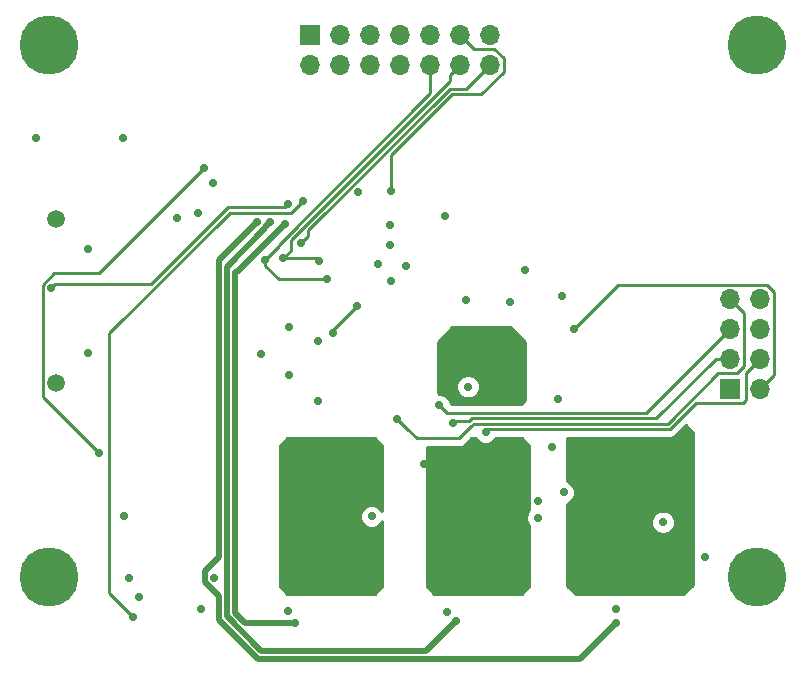
<source format=gbl>
G04 #@! TF.FileFunction,Copper,L4,Bot,Signal*
%FSLAX46Y46*%
G04 Gerber Fmt 4.6, Leading zero omitted, Abs format (unit mm)*
G04 Created by KiCad (PCBNEW 4.0.6) date Monday, August 21, 2017 'PMt' 07:11:47 PM*
%MOMM*%
%LPD*%
G01*
G04 APERTURE LIST*
%ADD10C,0.100000*%
%ADD11C,1.500000*%
%ADD12R,1.700000X1.700000*%
%ADD13O,1.700000X1.700000*%
%ADD14C,5.000000*%
%ADD15C,0.700000*%
%ADD16C,0.250000*%
%ADD17C,0.500000*%
%ADD18C,0.254000*%
G04 APERTURE END LIST*
D10*
D11*
X105600000Y-72190000D03*
X105600000Y-86140000D03*
D12*
X162687000Y-86614000D03*
D13*
X165227000Y-86614000D03*
X162687000Y-84074000D03*
X165227000Y-84074000D03*
X162687000Y-81534000D03*
X165227000Y-81534000D03*
X162687000Y-78994000D03*
X165227000Y-78994000D03*
D12*
X127127000Y-56642000D03*
D13*
X127127000Y-59182000D03*
X129667000Y-56642000D03*
X129667000Y-59182000D03*
X132207000Y-56642000D03*
X132207000Y-59182000D03*
X134747000Y-56642000D03*
X134747000Y-59182000D03*
X137287000Y-56642000D03*
X137287000Y-59182000D03*
X139827000Y-56642000D03*
X139827000Y-59182000D03*
X142367000Y-56642000D03*
X142367000Y-59182000D03*
D14*
X105000000Y-102500000D03*
X105000000Y-57500000D03*
X165000000Y-57500000D03*
X165000000Y-102500000D03*
D15*
X140501500Y-86432500D03*
X142226500Y-86432500D03*
X140501500Y-84707500D03*
X142226500Y-84707500D03*
X136779000Y-92964000D03*
X129413000Y-94869000D03*
X129159000Y-97028000D03*
X125923000Y-97089000D03*
X148082000Y-87503000D03*
X157226000Y-102108000D03*
X152019000Y-102108000D03*
X144907000Y-91186000D03*
X142113000Y-96647000D03*
X146431000Y-96139000D03*
X147574000Y-91567000D03*
X148463000Y-78740000D03*
X155443194Y-95993284D03*
X151257000Y-99034500D03*
X156845000Y-99441000D03*
X139065000Y-96774000D03*
X144018000Y-79248000D03*
X142621000Y-82296000D03*
X133985000Y-77470000D03*
X103886000Y-65405000D03*
X108331000Y-74803000D03*
X117602000Y-71755000D03*
X132842000Y-76073000D03*
X133858000Y-72771000D03*
X127762000Y-82550000D03*
X122936000Y-83693000D03*
X125349000Y-85471000D03*
X111760000Y-102616000D03*
X117856000Y-105283000D03*
X112649000Y-104267000D03*
X125222000Y-105410000D03*
X138684000Y-105537000D03*
X153035000Y-105283000D03*
X135255000Y-76200000D03*
X111252000Y-65405000D03*
X138557000Y-72009000D03*
X131191000Y-69977000D03*
X108331000Y-83566000D03*
X118872000Y-69215000D03*
X115824000Y-72136000D03*
X133858000Y-74422000D03*
X125349000Y-81407000D03*
X111379000Y-97409000D03*
X118999000Y-102616000D03*
X149479000Y-81534000D03*
X134493000Y-89154000D03*
X127902026Y-75819000D03*
X124841000Y-75565000D03*
X123317000Y-75692000D03*
X128524000Y-77343000D03*
X133985000Y-69850000D03*
X125222000Y-70993000D03*
X105156000Y-78105000D03*
X139192000Y-89535000D03*
X141986000Y-90297000D03*
X138049000Y-88011000D03*
X126492000Y-70739000D03*
X112141000Y-105918000D03*
X124968000Y-72644000D03*
X125857000Y-106426000D03*
X129032000Y-81915000D03*
X131064000Y-79629000D03*
X123698000Y-72517000D03*
X139446000Y-106299000D03*
X109220000Y-92075000D03*
X118110000Y-67945000D03*
X122620489Y-72466720D03*
X153035000Y-106426000D03*
X126365000Y-74295000D03*
X160528000Y-100838000D03*
X145288000Y-76581000D03*
X157013722Y-97905653D03*
X140335000Y-79121000D03*
X148590000Y-95377000D03*
X146431000Y-97536000D03*
X132334000Y-97409000D03*
X127762000Y-87630000D03*
D16*
X165227000Y-86614000D02*
X166402001Y-85438999D01*
X166402001Y-85438999D02*
X166402001Y-78429999D01*
X166402001Y-78429999D02*
X165791001Y-77818999D01*
X165791001Y-77818999D02*
X153194001Y-77818999D01*
X153194001Y-77818999D02*
X149479000Y-81534000D01*
X162687000Y-78994000D02*
X163862001Y-80169001D01*
X163862001Y-80169001D02*
X163862001Y-84638001D01*
X140762374Y-89780252D02*
X140724748Y-89780252D01*
X163862001Y-84638001D02*
X163251001Y-85249001D01*
X163251001Y-85249001D02*
X161701591Y-85249001D01*
X140724748Y-89780252D02*
X139700000Y-90805000D01*
X161701591Y-85249001D02*
X157395330Y-89555262D01*
X157395330Y-89555262D02*
X140987364Y-89555262D01*
X140987364Y-89555262D02*
X140762374Y-89780252D01*
X139700000Y-90805000D02*
X136144000Y-90805000D01*
X136144000Y-90805000D02*
X135344243Y-90005243D01*
X135344243Y-90005243D02*
X134493000Y-89154000D01*
X124841000Y-75565000D02*
X127648026Y-75565000D01*
X127648026Y-75565000D02*
X127902026Y-75819000D01*
X125476000Y-74042410D02*
X125476000Y-74930000D01*
X125476000Y-74930000D02*
X124841000Y-75565000D01*
X125476000Y-74042410D02*
X138977001Y-60541409D01*
X138977001Y-60541409D02*
X138977001Y-60031999D01*
X138977001Y-60031999D02*
X139827000Y-59182000D01*
X123317000Y-75692000D02*
X123317000Y-76186974D01*
X123317000Y-76186974D02*
X124473026Y-77343000D01*
X124473026Y-77343000D02*
X128029026Y-77343000D01*
X128029026Y-77343000D02*
X128524000Y-77343000D01*
X123952000Y-75057000D02*
X124460000Y-74549000D01*
X123317000Y-75692000D02*
X123952000Y-75057000D01*
X124460000Y-74549000D02*
X124460000Y-74422000D01*
X124460000Y-74422000D02*
X137287000Y-61595000D01*
X137287000Y-61595000D02*
X137287000Y-60384081D01*
X137287000Y-60384081D02*
X137287000Y-59182000D01*
X133985000Y-69850000D02*
X133985000Y-66806230D01*
X133985000Y-66806230D02*
X139127220Y-61664010D01*
X141623992Y-61664010D02*
X143542001Y-59746001D01*
X139127220Y-61664010D02*
X141623992Y-61664010D01*
X140676999Y-57491999D02*
X139827000Y-56642000D01*
X143542001Y-59746001D02*
X143542001Y-58617999D01*
X143542001Y-58617999D02*
X142741003Y-57817001D01*
X142741003Y-57817001D02*
X141002001Y-57817001D01*
X141002001Y-57817001D02*
X140676999Y-57491999D01*
X120142000Y-71247000D02*
X124968000Y-71247000D01*
X124968000Y-71247000D02*
X125222000Y-70993000D01*
X113633999Y-77755001D02*
X120142000Y-71247000D01*
X105156000Y-78105000D02*
X105505999Y-77755001D01*
X105505999Y-77755001D02*
X113633999Y-77755001D01*
X140081000Y-89330242D02*
X139396758Y-89330242D01*
X139396758Y-89330242D02*
X139192000Y-89535000D01*
X140081000Y-89330242D02*
X140575974Y-89330242D01*
X140575974Y-89330242D02*
X140800964Y-89105252D01*
X140800964Y-89105252D02*
X156453667Y-89105252D01*
X156453667Y-89105252D02*
X161484919Y-84074000D01*
X161484919Y-84074000D02*
X162687000Y-84074000D01*
X159798001Y-87789001D02*
X157581730Y-90005272D01*
X157581730Y-90005272D02*
X142277728Y-90005272D01*
X142277728Y-90005272D02*
X141986000Y-90297000D01*
X165227000Y-84074000D02*
X164051999Y-85249001D01*
X164051999Y-85249001D02*
X164051999Y-87534003D01*
X164051999Y-87534003D02*
X163797001Y-87789001D01*
X163797001Y-87789001D02*
X159798001Y-87789001D01*
X138049000Y-88011000D02*
X138693242Y-88655242D01*
X138693242Y-88655242D02*
X155565758Y-88655242D01*
X155565758Y-88655242D02*
X160597010Y-83623990D01*
X162687000Y-81534000D02*
X160597010Y-83623990D01*
X125533990Y-71697010D02*
X126492000Y-70739000D01*
X110109000Y-86627026D02*
X110109000Y-81916410D01*
X110109000Y-81916410D02*
X120328400Y-71697010D01*
X120328400Y-71697010D02*
X125533990Y-71697010D01*
X110109000Y-86627026D02*
X110109000Y-103886000D01*
X110109000Y-103886000D02*
X112141000Y-105918000D01*
D17*
X120777000Y-76708000D02*
X120904000Y-76708000D01*
X120904000Y-76708000D02*
X124968000Y-72644000D01*
X120777000Y-105578002D02*
X120777000Y-76708000D01*
X125857000Y-106426000D02*
X121624998Y-106426000D01*
X121624998Y-106426000D02*
X120777000Y-105578002D01*
D16*
X131064000Y-79629000D02*
X129032000Y-81661000D01*
X129032000Y-81661000D02*
X129032000Y-81915000D01*
D17*
X123348001Y-73005628D02*
X123348001Y-72866999D01*
X123348001Y-72866999D02*
X123698000Y-72517000D01*
X123348001Y-73005628D02*
X120076990Y-76276639D01*
X120076990Y-76276639D02*
X120076990Y-105867955D01*
X136971010Y-108773990D02*
X139446000Y-106299000D01*
X120076990Y-105867955D02*
X122983025Y-108773990D01*
X122983025Y-108773990D02*
X136971010Y-108773990D01*
D16*
X118110000Y-67945000D02*
X109220000Y-76835000D01*
X109220000Y-76835000D02*
X105426998Y-76835000D01*
X105426998Y-76835000D02*
X104480999Y-77780999D01*
X104480999Y-77780999D02*
X104480999Y-87335999D01*
X104480999Y-87335999D02*
X109220000Y-92075000D01*
D17*
X119376980Y-100841020D02*
X119376980Y-75710229D01*
X119376980Y-75710229D02*
X122620489Y-72466720D01*
X123952000Y-109474000D02*
X122693072Y-109474000D01*
X122693072Y-109474000D02*
X119376980Y-106157908D01*
X119376980Y-106157908D02*
X119376980Y-104177982D01*
X119376980Y-104177982D02*
X118198999Y-103000001D01*
X118198999Y-103000001D02*
X118198999Y-102019001D01*
X118198999Y-102019001D02*
X119376980Y-100841020D01*
X149987000Y-109474000D02*
X123952000Y-109474000D01*
X152685001Y-106775999D02*
X149987000Y-109474000D01*
X153035000Y-106426000D02*
X152685001Y-106775999D01*
D16*
X126984997Y-73169823D02*
X126984997Y-73675003D01*
X126984997Y-73675003D02*
X126365000Y-74295000D01*
X138940820Y-61214000D02*
X140335000Y-61214000D01*
X126984997Y-73169823D02*
X138940820Y-61214000D01*
X140335000Y-61214000D02*
X142367000Y-59182000D01*
D18*
G36*
X133223000Y-91485980D02*
X133223000Y-96981181D01*
X133169529Y-96851771D01*
X132892686Y-96574445D01*
X132530788Y-96424172D01*
X132138931Y-96423830D01*
X131776771Y-96573471D01*
X131499445Y-96850314D01*
X131349172Y-97212212D01*
X131348830Y-97604069D01*
X131498471Y-97966229D01*
X131775314Y-98243555D01*
X132137212Y-98393828D01*
X132529069Y-98394170D01*
X132891229Y-98244529D01*
X133168555Y-97967686D01*
X133223000Y-97836568D01*
X133223000Y-103332020D01*
X132655517Y-104013000D01*
X125154483Y-104013000D01*
X124587000Y-103332020D01*
X124587000Y-91485980D01*
X125154483Y-90805000D01*
X132655517Y-90805000D01*
X133223000Y-91485980D01*
X133223000Y-91485980D01*
G37*
X133223000Y-91485980D02*
X133223000Y-96981181D01*
X133169529Y-96851771D01*
X132892686Y-96574445D01*
X132530788Y-96424172D01*
X132138931Y-96423830D01*
X131776771Y-96573471D01*
X131499445Y-96850314D01*
X131349172Y-97212212D01*
X131348830Y-97604069D01*
X131498471Y-97966229D01*
X131775314Y-98243555D01*
X132137212Y-98393828D01*
X132529069Y-98394170D01*
X132891229Y-98244529D01*
X133168555Y-97967686D01*
X133223000Y-97836568D01*
X133223000Y-103332020D01*
X132655517Y-104013000D01*
X125154483Y-104013000D01*
X124587000Y-103332020D01*
X124587000Y-91485980D01*
X125154483Y-90805000D01*
X132655517Y-90805000D01*
X133223000Y-91485980D01*
G36*
X141150471Y-90854229D02*
X141427314Y-91131555D01*
X141789212Y-91281828D01*
X142181069Y-91282170D01*
X142543229Y-91132529D01*
X142820555Y-90855686D01*
X142841602Y-90805000D01*
X145101517Y-90805000D01*
X145669000Y-91485980D01*
X145669000Y-96904885D01*
X145596445Y-96977314D01*
X145446172Y-97339212D01*
X145445830Y-97731069D01*
X145595471Y-98093229D01*
X145669000Y-98166886D01*
X145669000Y-103332020D01*
X145101517Y-104013000D01*
X137600483Y-104013000D01*
X137033000Y-103332020D01*
X137033000Y-91565000D01*
X139700000Y-91565000D01*
X139990839Y-91507148D01*
X140237401Y-91342401D01*
X140774802Y-90805000D01*
X141130130Y-90805000D01*
X141150471Y-90854229D01*
X141150471Y-90854229D01*
G37*
X141150471Y-90854229D02*
X141427314Y-91131555D01*
X141789212Y-91281828D01*
X142181069Y-91282170D01*
X142543229Y-91132529D01*
X142820555Y-90855686D01*
X142841602Y-90805000D01*
X145101517Y-90805000D01*
X145669000Y-91485980D01*
X145669000Y-96904885D01*
X145596445Y-96977314D01*
X145446172Y-97339212D01*
X145445830Y-97731069D01*
X145595471Y-98093229D01*
X145669000Y-98166886D01*
X145669000Y-103332020D01*
X145101517Y-104013000D01*
X137600483Y-104013000D01*
X137033000Y-103332020D01*
X137033000Y-91565000D01*
X139700000Y-91565000D01*
X139990839Y-91507148D01*
X140237401Y-91342401D01*
X140774802Y-90805000D01*
X141130130Y-90805000D01*
X141150471Y-90854229D01*
G36*
X159512000Y-90343981D02*
X159512000Y-103198394D01*
X158697394Y-104013000D01*
X149652981Y-104013000D01*
X148844000Y-103319587D01*
X148844000Y-98100722D01*
X156028552Y-98100722D01*
X156178193Y-98462882D01*
X156455036Y-98740208D01*
X156816934Y-98890481D01*
X157208791Y-98890823D01*
X157570951Y-98741182D01*
X157848277Y-98464339D01*
X157998550Y-98102441D01*
X157998892Y-97710584D01*
X157849251Y-97348424D01*
X157572408Y-97071098D01*
X157210510Y-96920825D01*
X156818653Y-96920483D01*
X156456493Y-97070124D01*
X156179167Y-97346967D01*
X156028894Y-97708865D01*
X156028552Y-98100722D01*
X148844000Y-98100722D01*
X148844000Y-96337820D01*
X149147229Y-96212529D01*
X149424555Y-95935686D01*
X149574828Y-95573788D01*
X149575170Y-95181931D01*
X149425529Y-94819771D01*
X149148686Y-94542445D01*
X148844000Y-94415928D01*
X148844000Y-90765272D01*
X157581730Y-90765272D01*
X157872569Y-90707420D01*
X158119131Y-90542673D01*
X158960841Y-89700963D01*
X159512000Y-90343981D01*
X159512000Y-90343981D01*
G37*
X159512000Y-90343981D02*
X159512000Y-103198394D01*
X158697394Y-104013000D01*
X149652981Y-104013000D01*
X148844000Y-103319587D01*
X148844000Y-98100722D01*
X156028552Y-98100722D01*
X156178193Y-98462882D01*
X156455036Y-98740208D01*
X156816934Y-98890481D01*
X157208791Y-98890823D01*
X157570951Y-98741182D01*
X157848277Y-98464339D01*
X157998550Y-98102441D01*
X157998892Y-97710584D01*
X157849251Y-97348424D01*
X157572408Y-97071098D01*
X157210510Y-96920825D01*
X156818653Y-96920483D01*
X156456493Y-97070124D01*
X156179167Y-97346967D01*
X156028894Y-97708865D01*
X156028552Y-98100722D01*
X148844000Y-98100722D01*
X148844000Y-96337820D01*
X149147229Y-96212529D01*
X149424555Y-95935686D01*
X149574828Y-95573788D01*
X149575170Y-95181931D01*
X149425529Y-94819771D01*
X149148686Y-94542445D01*
X148844000Y-94415928D01*
X148844000Y-90765272D01*
X157581730Y-90765272D01*
X157872569Y-90707420D01*
X158119131Y-90542673D01*
X158960841Y-89700963D01*
X159512000Y-90343981D01*
G36*
X145288000Y-82602606D02*
X145288000Y-87577394D01*
X144970152Y-87895242D01*
X139034101Y-87895242D01*
X139034170Y-87815931D01*
X138884529Y-87453771D01*
X138607686Y-87176445D01*
X138245788Y-87026172D01*
X138005568Y-87025962D01*
X137922000Y-86942394D01*
X137922000Y-86627569D01*
X139516330Y-86627569D01*
X139665971Y-86989729D01*
X139942814Y-87267055D01*
X140304712Y-87417328D01*
X140696569Y-87417670D01*
X141058729Y-87268029D01*
X141336055Y-86991186D01*
X141486328Y-86629288D01*
X141486670Y-86237431D01*
X141337029Y-85875271D01*
X141060186Y-85597945D01*
X140698288Y-85447672D01*
X140306431Y-85447330D01*
X139944271Y-85596971D01*
X139666945Y-85873814D01*
X139516672Y-86235712D01*
X139516330Y-86627569D01*
X137922000Y-86627569D01*
X137922000Y-82602606D01*
X139117606Y-81407000D01*
X144092394Y-81407000D01*
X145288000Y-82602606D01*
X145288000Y-82602606D01*
G37*
X145288000Y-82602606D02*
X145288000Y-87577394D01*
X144970152Y-87895242D01*
X139034101Y-87895242D01*
X139034170Y-87815931D01*
X138884529Y-87453771D01*
X138607686Y-87176445D01*
X138245788Y-87026172D01*
X138005568Y-87025962D01*
X137922000Y-86942394D01*
X137922000Y-86627569D01*
X139516330Y-86627569D01*
X139665971Y-86989729D01*
X139942814Y-87267055D01*
X140304712Y-87417328D01*
X140696569Y-87417670D01*
X141058729Y-87268029D01*
X141336055Y-86991186D01*
X141486328Y-86629288D01*
X141486670Y-86237431D01*
X141337029Y-85875271D01*
X141060186Y-85597945D01*
X140698288Y-85447672D01*
X140306431Y-85447330D01*
X139944271Y-85596971D01*
X139666945Y-85873814D01*
X139516672Y-86235712D01*
X139516330Y-86627569D01*
X137922000Y-86627569D01*
X137922000Y-82602606D01*
X139117606Y-81407000D01*
X144092394Y-81407000D01*
X145288000Y-82602606D01*
M02*

</source>
